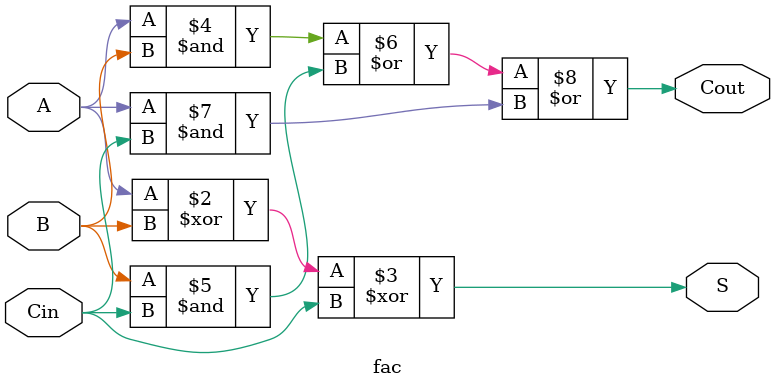
<source format=v>
module fac(
	input  A,B,Cin,
	output reg  S, Cout);

	always@(A,B,Cin)
	begin
	S = A^B^Cin;
	Cout = A & B | B & Cin | A & Cin;
	end

endmodule
</source>
